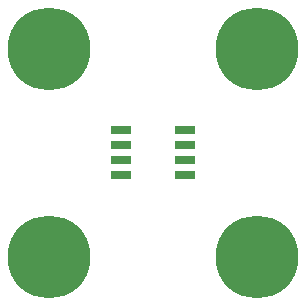
<source format=gbs>
G04*
G04 #@! TF.GenerationSoftware,Altium Limited,Altium Designer,18.1.7 (191)*
G04*
G04 Layer_Color=16711935*
%FSLAX44Y44*%
%MOMM*%
G71*
G01*
G75*
%ADD25C,7.0000*%
%ADD29R,1.8032X0.8032*%
D25*
X-88400Y88400D02*
D03*
Y-88400D02*
D03*
X88400D02*
D03*
Y88400D02*
D03*
D29*
X-27250Y-19050D02*
D03*
Y-6350D02*
D03*
Y6350D02*
D03*
Y19050D02*
D03*
X27250Y-19050D02*
D03*
Y-6350D02*
D03*
Y6350D02*
D03*
Y19050D02*
D03*
M02*

</source>
